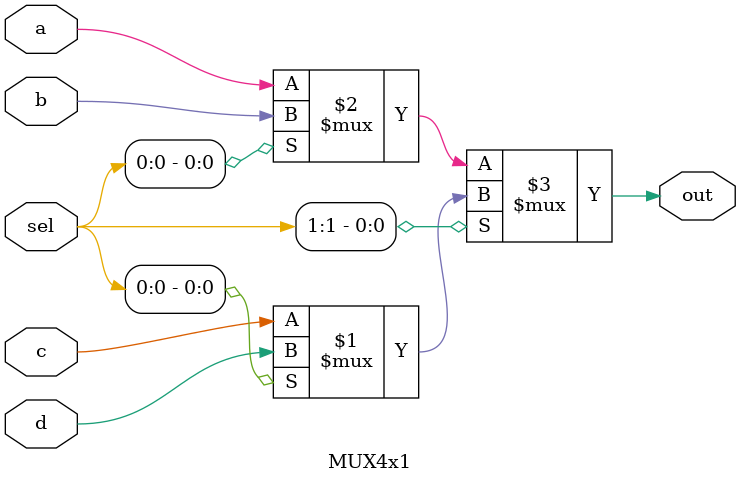
<source format=v>
`timescale 1ns / 1ps


module MUX4x1  ( input  a, input  b, input  c, input  d,
input [1:0]sel,  output  out );

assign out = sel[1] ? (sel[0] ? d : c ) : (sel[0] ? b:a ) ; 

endmodule

</source>
